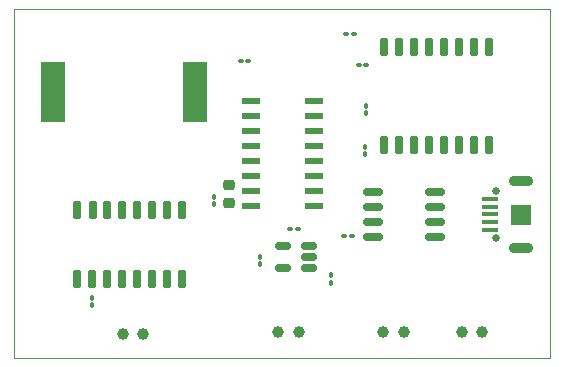
<source format=gbr>
%TF.GenerationSoftware,KiCad,Pcbnew,7.0.6*%
%TF.CreationDate,2024-03-10T16:24:53+08:00*%
%TF.ProjectId,Digital Clock,44696769-7461-46c2-9043-6c6f636b2e6b,_____*%
%TF.SameCoordinates,Original*%
%TF.FileFunction,Soldermask,Top*%
%TF.FilePolarity,Negative*%
%FSLAX46Y46*%
G04 Gerber Fmt 4.6, Leading zero omitted, Abs format (unit mm)*
G04 Created by KiCad (PCBNEW 7.0.6) date 2024-03-10 16:24:53*
%MOMM*%
%LPD*%
G01*
G04 APERTURE LIST*
G04 Aperture macros list*
%AMRoundRect*
0 Rectangle with rounded corners*
0 $1 Rounding radius*
0 $2 $3 $4 $5 $6 $7 $8 $9 X,Y pos of 4 corners*
0 Add a 4 corners polygon primitive as box body*
4,1,4,$2,$3,$4,$5,$6,$7,$8,$9,$2,$3,0*
0 Add four circle primitives for the rounded corners*
1,1,$1+$1,$2,$3*
1,1,$1+$1,$4,$5*
1,1,$1+$1,$6,$7*
1,1,$1+$1,$8,$9*
0 Add four rect primitives between the rounded corners*
20,1,$1+$1,$2,$3,$4,$5,0*
20,1,$1+$1,$4,$5,$6,$7,0*
20,1,$1+$1,$6,$7,$8,$9,0*
20,1,$1+$1,$8,$9,$2,$3,0*%
G04 Aperture macros list end*
%ADD10RoundRect,0.100000X-0.130000X-0.100000X0.130000X-0.100000X0.130000X0.100000X-0.130000X0.100000X0*%
%ADD11R,2.100000X5.080000*%
%ADD12RoundRect,0.100000X-0.100000X0.130000X-0.100000X-0.130000X0.100000X-0.130000X0.100000X0.130000X0*%
%ADD13RoundRect,0.100000X0.100000X-0.130000X0.100000X0.130000X-0.100000X0.130000X-0.100000X-0.130000X0*%
%ADD14RoundRect,0.225000X0.250000X-0.225000X0.250000X0.225000X-0.250000X0.225000X-0.250000X-0.225000X0*%
%ADD15RoundRect,0.150000X-0.150000X0.650000X-0.150000X-0.650000X0.150000X-0.650000X0.150000X0.650000X0*%
%ADD16RoundRect,0.150000X0.512500X0.150000X-0.512500X0.150000X-0.512500X-0.150000X0.512500X-0.150000X0*%
%ADD17R,1.390000X0.430000*%
%ADD18C,0.650000*%
%ADD19O,2.090000X0.930000*%
%ADD20R,1.800000X1.800000*%
%ADD21RoundRect,0.137500X-0.662500X-0.137500X0.662500X-0.137500X0.662500X0.137500X-0.662500X0.137500X0*%
%ADD22RoundRect,0.100000X0.130000X0.100000X-0.130000X0.100000X-0.130000X-0.100000X0.130000X-0.100000X0*%
%ADD23RoundRect,0.150000X0.675000X0.150000X-0.675000X0.150000X-0.675000X-0.150000X0.675000X-0.150000X0*%
%ADD24RoundRect,0.150000X0.150000X-0.650000X0.150000X0.650000X-0.150000X0.650000X-0.150000X-0.650000X0*%
%ADD25C,1.000000*%
%TA.AperFunction,Profile*%
%ADD26C,0.100000*%
%TD*%
G04 APERTURE END LIST*
D10*
%TO.C,R3*%
X71550000Y-21460000D03*
X72190000Y-21460000D03*
%TD*%
D11*
%TO.C,BZ1*%
X46750000Y-26430000D03*
X58750000Y-26430000D03*
%TD*%
D12*
%TO.C,C5*%
X50010000Y-43840000D03*
X50010000Y-44480000D03*
%TD*%
D13*
%TO.C,C4*%
X73100000Y-31680000D03*
X73100000Y-31040000D03*
%TD*%
D10*
%TO.C,CBP1*%
X66786800Y-38023800D03*
X67426800Y-38023800D03*
%TD*%
D14*
%TO.C,C2*%
X61620000Y-35800000D03*
X61620000Y-34250000D03*
%TD*%
D15*
%TO.C,U5*%
X57660000Y-36360000D03*
X56385000Y-36360000D03*
X55115000Y-36360000D03*
X53845000Y-36360000D03*
X52575000Y-36360000D03*
X51305000Y-36360000D03*
X50060000Y-36360000D03*
X48765000Y-36360000D03*
X48760000Y-42260000D03*
X50030000Y-42260000D03*
X51300000Y-42260000D03*
X52570000Y-42260000D03*
X53840000Y-42260000D03*
X55110000Y-42260000D03*
X56380000Y-42260000D03*
X57650000Y-42260000D03*
%TD*%
D12*
%TO.C,COUT1*%
X64262000Y-40345400D03*
X64262000Y-40985400D03*
%TD*%
D10*
%TO.C,R4*%
X72590000Y-24100000D03*
X73230000Y-24100000D03*
%TD*%
D16*
%TO.C,U2*%
X68422100Y-41336000D03*
X68422100Y-40386000D03*
X68422100Y-39436000D03*
X66147100Y-39436000D03*
X66147100Y-41336000D03*
%TD*%
D17*
%TO.C,J1*%
X83677500Y-38060000D03*
X83677500Y-37410000D03*
X83677500Y-36760000D03*
X83677500Y-36110000D03*
X83677500Y-35460000D03*
D18*
X84237500Y-38760000D03*
X84237500Y-34760000D03*
D19*
X86337500Y-39590000D03*
X86337500Y-33910000D03*
D20*
X86337500Y-36790000D03*
%TD*%
D21*
%TO.C,U4*%
X63510000Y-27205000D03*
X63510000Y-28475000D03*
X63510000Y-29745000D03*
X63510000Y-31015000D03*
X63510000Y-32285000D03*
X63510000Y-33555000D03*
X63510000Y-34825000D03*
X63510000Y-36095000D03*
X68810000Y-36095000D03*
X68810000Y-34825000D03*
X68810000Y-33555000D03*
X68810000Y-32285000D03*
X68810000Y-31015000D03*
X68810000Y-29745000D03*
X68810000Y-28475000D03*
X68810000Y-27205000D03*
%TD*%
D10*
%TO.C,R5*%
X62610000Y-23760000D03*
X63250000Y-23760000D03*
%TD*%
D22*
%TO.C,C1*%
X72020000Y-38600000D03*
X71380000Y-38600000D03*
%TD*%
D13*
%TO.C,CIN1*%
X70205600Y-42560200D03*
X70205600Y-41920200D03*
%TD*%
D23*
%TO.C,U1*%
X79035000Y-38665000D03*
X79035000Y-37395000D03*
X79035000Y-36125000D03*
X79035000Y-34855000D03*
X73785000Y-34855000D03*
X73785000Y-36125000D03*
X73785000Y-37395000D03*
X73785000Y-38665000D03*
%TD*%
D24*
%TO.C,U3*%
X74700000Y-30860000D03*
X75970000Y-30860000D03*
X77240000Y-30860000D03*
X78510000Y-30860000D03*
X79780000Y-30860000D03*
X81050000Y-30860000D03*
X82320000Y-30860000D03*
X83590000Y-30860000D03*
X83595000Y-22610000D03*
X82325000Y-22610000D03*
X81055000Y-22610000D03*
X79785000Y-22610000D03*
X78515000Y-22610000D03*
X77245000Y-22610000D03*
X75975000Y-22610000D03*
X74705000Y-22610000D03*
%TD*%
D13*
%TO.C,C3*%
X60370000Y-35895000D03*
X60370000Y-35255000D03*
%TD*%
D12*
%TO.C,R2*%
X73210000Y-27560000D03*
X73210000Y-28200000D03*
%TD*%
D25*
%TO.C,SW2*%
X52656000Y-46920000D03*
X54356000Y-46920000D03*
%TD*%
%TO.C,SW5*%
X74690000Y-46740000D03*
X76390000Y-46740000D03*
%TD*%
%TO.C,SW1*%
X81350000Y-46740000D03*
X83050000Y-46740000D03*
%TD*%
%TO.C,SW3*%
X65800000Y-46740000D03*
X67500000Y-46740000D03*
%TD*%
D26*
X43410000Y-19400000D02*
X88800000Y-19400000D01*
X88800000Y-48900000D01*
X43410000Y-48900000D01*
X43410000Y-19400000D01*
M02*

</source>
